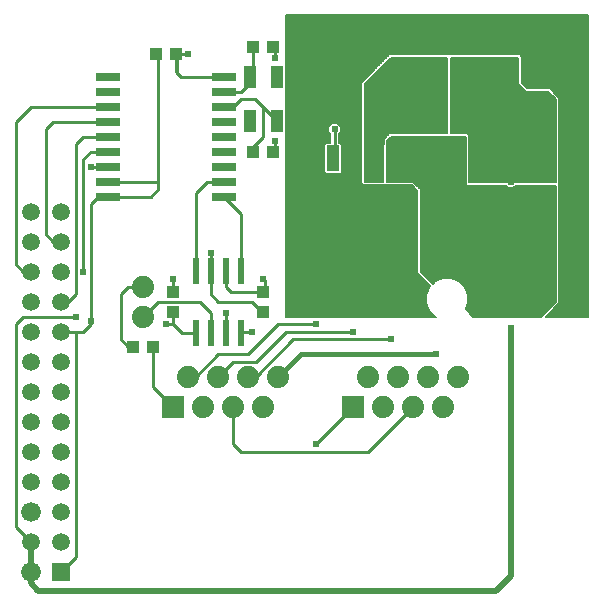
<source format=gtl>
G75*
G70*
%OFA0B0*%
%FSLAX24Y24*%
%IPPOS*%
%LPD*%
%AMOC8*
5,1,8,0,0,1.08239X$1,22.5*
%
%ADD10R,0.0594X0.0594*%
%ADD11C,0.0660*%
%ADD12C,0.0594*%
%ADD13C,0.0740*%
%ADD14R,0.0740X0.0740*%
%ADD15R,0.0800X0.0260*%
%ADD16R,0.0240X0.0870*%
%ADD17R,0.0433X0.0748*%
%ADD18R,0.0433X0.0394*%
%ADD19R,0.4252X0.4098*%
%ADD20R,0.0420X0.0850*%
%ADD21R,0.1535X0.0630*%
%ADD22R,0.1496X0.0551*%
%ADD23R,0.2165X0.1575*%
%ADD24R,0.0787X0.0787*%
%ADD25R,0.0394X0.0433*%
%ADD26C,0.0100*%
%ADD27C,0.0238*%
%ADD28C,0.0160*%
%ADD29C,0.0060*%
%ADD30C,0.0200*%
D10*
X004637Y006960D03*
D11*
X003637Y006960D03*
X003637Y008960D03*
D12*
X003637Y009960D03*
X003637Y010960D03*
X003637Y011960D03*
X003637Y012960D03*
X003637Y013960D03*
X003637Y014960D03*
X003637Y015960D03*
X003637Y016960D03*
X003637Y017960D03*
X003637Y018960D03*
X004637Y018960D03*
X004637Y017960D03*
X004637Y016960D03*
X004637Y015960D03*
X004637Y014960D03*
X004637Y013960D03*
X004637Y012960D03*
X004637Y011960D03*
X004637Y010960D03*
X004637Y009960D03*
X004637Y008960D03*
X004637Y007960D03*
X003637Y007960D03*
D13*
X007387Y015460D03*
X007387Y016460D03*
X008887Y013460D03*
X009387Y012460D03*
X009887Y013460D03*
X010387Y012460D03*
X010887Y013460D03*
X011387Y012460D03*
X011887Y013460D03*
X014887Y013460D03*
X015387Y012460D03*
X015887Y013460D03*
X016387Y012460D03*
X016887Y013460D03*
X017387Y012460D03*
X017887Y013460D03*
D14*
X014387Y012460D03*
X008387Y012460D03*
D15*
X010067Y019460D03*
X010067Y019960D03*
X010067Y020460D03*
X010067Y020960D03*
X010067Y021460D03*
X010067Y021960D03*
X010067Y022460D03*
X010067Y022960D03*
X010067Y023460D03*
X006207Y023460D03*
X006207Y022960D03*
X006207Y022460D03*
X006207Y021960D03*
X006207Y021460D03*
X006207Y020960D03*
X006207Y020460D03*
X006207Y019960D03*
X006207Y019460D03*
D16*
X009137Y016990D03*
X009637Y016990D03*
X010137Y016990D03*
X010637Y016990D03*
X010637Y014930D03*
X010137Y014930D03*
X009637Y014930D03*
X009137Y014930D03*
D17*
X010934Y021982D03*
X011840Y021982D03*
X011840Y023439D03*
X010934Y023439D03*
D18*
X011052Y024460D03*
X011721Y024460D03*
X011721Y020960D03*
X011052Y020960D03*
X008471Y024210D03*
X007802Y024210D03*
X007721Y014460D03*
X007052Y014460D03*
D19*
X014387Y017460D03*
D20*
X014387Y020740D03*
X015057Y020740D03*
X015727Y020740D03*
X013717Y020740D03*
X013047Y020740D03*
D21*
X013214Y023460D03*
X016560Y023460D03*
D22*
X018706Y023710D03*
X021068Y023710D03*
D23*
X019637Y021008D03*
X019637Y017662D03*
D24*
X020099Y015960D03*
X021674Y015960D03*
D25*
X011387Y015626D03*
X011387Y016295D03*
X008387Y016295D03*
X008387Y015626D03*
D26*
X008387Y015210D01*
X008137Y015210D01*
X008387Y015210D02*
X008667Y014930D01*
X009137Y014930D01*
X009637Y014930D02*
X009637Y015585D01*
X009262Y015960D01*
X007887Y015960D01*
X007387Y015460D01*
X007387Y016460D02*
X006887Y016460D01*
X006637Y016210D01*
X006637Y014710D01*
X006887Y014460D01*
X007052Y014460D01*
X007721Y014460D02*
X007721Y013126D01*
X008387Y012460D01*
X008887Y013460D02*
X009137Y013460D01*
X009887Y014210D01*
X010887Y014210D01*
X011887Y015210D01*
X013137Y015210D01*
X012387Y014710D02*
X015637Y014710D01*
X014387Y014960D02*
X012137Y014960D01*
X011137Y013960D01*
X010387Y013960D01*
X009887Y013460D01*
X010387Y012460D02*
X010387Y011210D01*
X010637Y010960D01*
X014887Y010960D01*
X016387Y012460D01*
X014387Y012460D02*
X013137Y011210D01*
X011137Y013460D02*
X012387Y014710D01*
X011387Y015626D02*
X011346Y015626D01*
X011012Y015960D01*
X009887Y015960D01*
X009637Y016210D01*
X009637Y017585D01*
X009637Y016990D02*
X009637Y016210D01*
X009887Y015960D01*
X010137Y015585D02*
X010137Y014930D01*
X010637Y014930D02*
X010637Y014960D01*
X011012Y014960D01*
X011387Y016295D02*
X010302Y016295D01*
X010137Y016460D01*
X010137Y016990D01*
X010637Y016990D02*
X010637Y018890D01*
X010067Y019460D01*
X010067Y019960D02*
X009512Y019960D01*
X009137Y019585D01*
X009137Y016990D01*
X008387Y016710D02*
X008387Y016295D01*
X007637Y019460D02*
X007887Y019710D01*
X007887Y019960D01*
X006207Y019960D01*
X006207Y019460D02*
X005887Y019460D01*
X005637Y019210D01*
X005637Y015835D01*
X005637Y015335D01*
X005637Y015210D01*
X005387Y014960D01*
X005137Y014960D01*
X005137Y007460D01*
X004637Y006960D01*
X003637Y007960D02*
X003137Y008460D01*
X003137Y015210D01*
X003387Y015460D01*
X005137Y015460D01*
X005137Y014960D02*
X004637Y014960D01*
X004637Y015960D02*
X004887Y015960D01*
X005137Y016210D01*
X005137Y021210D01*
X005387Y021460D01*
X006207Y021460D01*
X006207Y020960D02*
X005637Y020960D01*
X005387Y020710D01*
X005387Y016960D01*
X005637Y015835D02*
X005637Y015335D01*
X004637Y017960D02*
X004387Y017960D01*
X004137Y018210D01*
X004137Y021710D01*
X004387Y021960D01*
X006207Y021960D01*
X006207Y022460D02*
X003637Y022460D01*
X003137Y021960D01*
X003137Y017210D01*
X003387Y016960D01*
X003637Y016960D01*
X005637Y020460D02*
X006207Y020460D01*
X006207Y019460D02*
X007637Y019460D01*
X007887Y019960D02*
X007887Y024126D01*
X007802Y024210D01*
X008471Y024210D02*
X008471Y023626D01*
X008512Y023585D01*
X008512Y024210D01*
X008887Y024210D01*
X008512Y023585D02*
X008637Y023460D01*
X010067Y023460D01*
X008637Y023460D01*
X008512Y023585D01*
X010067Y022960D02*
X010637Y022960D01*
X010934Y023257D01*
X010934Y023439D01*
X011052Y023557D01*
X011052Y024460D01*
X011721Y024460D02*
X011721Y024376D01*
X011762Y024335D01*
X011762Y024085D01*
X011111Y022710D02*
X011374Y022447D01*
X011387Y022435D01*
X011387Y021460D01*
X011052Y021126D01*
X011052Y020960D01*
X011721Y020960D02*
X011762Y020960D01*
X011762Y021335D01*
X011840Y021982D02*
X011374Y022447D01*
X011111Y022710D02*
X010637Y022710D01*
X010387Y022460D01*
X010067Y022460D01*
X011387Y016710D02*
X011427Y016670D01*
X011427Y016335D01*
X011387Y016295D01*
X011137Y013460D02*
X010887Y013460D01*
X013717Y020740D02*
X013717Y021040D01*
X013762Y021085D01*
X013762Y021710D01*
X018262Y021710D02*
X019387Y021710D01*
X019637Y021460D01*
D27*
X019637Y019960D03*
X018262Y021710D03*
X015137Y020085D03*
X013762Y021710D03*
X012512Y020710D03*
X011762Y021335D03*
X011762Y024085D03*
X008887Y024210D03*
X005637Y020460D03*
X005387Y016960D03*
X005137Y015460D03*
X005637Y015335D03*
X008137Y015210D03*
X008387Y016710D03*
X009637Y017585D03*
X010137Y015585D03*
X011012Y014960D03*
X011387Y016710D03*
X013137Y015210D03*
X014387Y014960D03*
X015637Y014710D03*
X017137Y014210D03*
X019637Y015085D03*
X013137Y011210D03*
D28*
X011887Y013460D02*
X012637Y014210D01*
X017137Y014210D01*
X019349Y017250D02*
X019637Y017662D01*
X016559Y020740D01*
X016434Y020740D01*
X015727Y020740D01*
X015137Y020660D02*
X015137Y020460D01*
X015137Y020085D01*
X015137Y020460D02*
X015137Y022460D01*
X016137Y023460D01*
X016560Y023460D01*
X015057Y020740D02*
X015137Y020660D01*
X014387Y020740D02*
X014387Y017460D01*
X013047Y019050D01*
X013047Y020740D01*
X013042Y020740D01*
X013012Y020710D01*
X012512Y020710D01*
X013214Y023460D02*
X013214Y025037D01*
X013637Y025460D01*
X021137Y025460D01*
X021068Y025391D01*
X021068Y023710D01*
X022137Y024960D02*
X021637Y025460D01*
X021137Y025460D01*
X022137Y024960D02*
X022137Y016460D01*
X022137Y016423D01*
X021674Y015960D01*
X020099Y015960D02*
X020099Y017074D01*
X019637Y017662D01*
X019637Y019960D02*
X019637Y021008D01*
X019637Y021460D01*
X019637Y022779D01*
X018706Y023710D01*
X003637Y007960D02*
X003637Y006960D01*
D29*
X012137Y015460D02*
X012137Y021561D01*
X012146Y021571D01*
X012146Y022393D01*
X012137Y022402D01*
X012137Y023018D01*
X012146Y023027D01*
X012146Y023850D01*
X012137Y023859D01*
X012137Y025515D01*
X022192Y025515D01*
X022192Y015460D01*
X020807Y015460D01*
X021257Y015911D01*
X021257Y022760D01*
X021187Y022830D01*
X020937Y023080D01*
X020187Y023080D01*
X020007Y023260D01*
X020007Y024135D01*
X019937Y024205D01*
X015587Y024205D01*
X014712Y023330D01*
X014642Y023260D01*
X014642Y019911D01*
X014712Y019840D01*
X014812Y019840D01*
X015337Y019840D01*
X015437Y019840D01*
X015449Y019853D01*
X015462Y019840D01*
X016337Y019840D01*
X016517Y019661D01*
X016517Y016911D01*
X016587Y016840D01*
X016948Y016479D01*
X016925Y016456D01*
X016818Y016198D01*
X016818Y015919D01*
X016925Y015662D01*
X017122Y015464D01*
X017132Y015460D01*
X012137Y015460D01*
X012137Y015496D02*
X017090Y015496D01*
X017032Y015554D02*
X012137Y015554D01*
X012137Y015613D02*
X016973Y015613D01*
X016921Y015671D02*
X012137Y015671D01*
X012137Y015730D02*
X016896Y015730D01*
X016872Y015788D02*
X012137Y015788D01*
X012137Y015847D02*
X016848Y015847D01*
X016824Y015905D02*
X012137Y015905D01*
X012137Y015964D02*
X016818Y015964D01*
X016818Y016022D02*
X012137Y016022D01*
X012137Y016081D02*
X016818Y016081D01*
X016818Y016139D02*
X012137Y016139D01*
X012137Y016198D02*
X016818Y016198D01*
X016842Y016256D02*
X012137Y016256D01*
X012137Y016315D02*
X016866Y016315D01*
X016890Y016373D02*
X012137Y016373D01*
X012137Y016432D02*
X016915Y016432D01*
X016937Y016490D02*
X012137Y016490D01*
X012137Y016549D02*
X016879Y016549D01*
X016820Y016607D02*
X012137Y016607D01*
X012137Y016666D02*
X016762Y016666D01*
X016703Y016724D02*
X012137Y016724D01*
X012137Y016783D02*
X016645Y016783D01*
X016586Y016841D02*
X012137Y016841D01*
X012137Y016900D02*
X016528Y016900D01*
X016517Y016958D02*
X012137Y016958D01*
X012137Y017017D02*
X016517Y017017D01*
X016517Y017075D02*
X012137Y017075D01*
X012137Y017134D02*
X016517Y017134D01*
X016517Y017192D02*
X012137Y017192D01*
X012137Y017251D02*
X016517Y017251D01*
X016517Y017309D02*
X012137Y017309D01*
X012137Y017368D02*
X016517Y017368D01*
X016517Y017426D02*
X012137Y017426D01*
X012137Y017485D02*
X016517Y017485D01*
X016517Y017543D02*
X012137Y017543D01*
X012137Y017602D02*
X016517Y017602D01*
X016517Y017660D02*
X012137Y017660D01*
X012137Y017719D02*
X016517Y017719D01*
X016517Y017777D02*
X012137Y017777D01*
X012137Y017836D02*
X016517Y017836D01*
X016517Y017894D02*
X012137Y017894D01*
X012137Y017953D02*
X016517Y017953D01*
X016517Y018011D02*
X012137Y018011D01*
X012137Y018070D02*
X016517Y018070D01*
X016517Y018128D02*
X012137Y018128D01*
X012137Y018187D02*
X016517Y018187D01*
X016517Y018245D02*
X012137Y018245D01*
X012137Y018304D02*
X016517Y018304D01*
X016517Y018362D02*
X012137Y018362D01*
X012137Y018421D02*
X016517Y018421D01*
X016517Y018479D02*
X012137Y018479D01*
X012137Y018538D02*
X016517Y018538D01*
X016517Y018596D02*
X012137Y018596D01*
X012137Y018655D02*
X016517Y018655D01*
X016517Y018713D02*
X012137Y018713D01*
X012137Y018772D02*
X016517Y018772D01*
X016517Y018830D02*
X012137Y018830D01*
X012137Y018889D02*
X016517Y018889D01*
X016517Y018947D02*
X012137Y018947D01*
X012137Y019006D02*
X016517Y019006D01*
X016517Y019064D02*
X012137Y019064D01*
X012137Y019123D02*
X016517Y019123D01*
X016517Y019181D02*
X012137Y019181D01*
X012137Y019240D02*
X016517Y019240D01*
X016517Y019298D02*
X012137Y019298D01*
X012137Y019357D02*
X016517Y019357D01*
X016517Y019415D02*
X012137Y019415D01*
X012137Y019474D02*
X016517Y019474D01*
X016517Y019532D02*
X012137Y019532D01*
X012137Y019591D02*
X016517Y019591D01*
X016517Y019649D02*
X012137Y019649D01*
X012137Y019708D02*
X016470Y019708D01*
X016411Y019766D02*
X012137Y019766D01*
X012137Y019825D02*
X016353Y019825D01*
X016464Y019883D02*
X018137Y019883D01*
X018137Y019835D02*
X019466Y019835D01*
X019550Y019751D01*
X019723Y019751D01*
X019807Y019835D01*
X021137Y019835D01*
X021137Y015960D01*
X020637Y015460D01*
X018387Y015460D01*
X018137Y015710D01*
X018133Y015710D01*
X018220Y015919D01*
X018220Y016198D01*
X018113Y016456D01*
X017916Y016653D01*
X017658Y016760D01*
X017379Y016760D01*
X017122Y016653D01*
X017033Y016564D01*
X016637Y016960D01*
X016637Y019710D01*
X016387Y019960D01*
X015512Y019960D01*
X015512Y021335D01*
X015637Y021460D01*
X018137Y021460D01*
X018137Y019835D01*
X018137Y019942D02*
X016405Y019942D01*
X016522Y019825D02*
X019477Y019825D01*
X019535Y019766D02*
X016581Y019766D01*
X016637Y019708D02*
X021137Y019708D01*
X021137Y019766D02*
X019739Y019766D01*
X019797Y019825D02*
X021137Y019825D01*
X021257Y019825D02*
X022192Y019825D01*
X022192Y019883D02*
X021257Y019883D01*
X021257Y019942D02*
X022192Y019942D01*
X022192Y020000D02*
X021257Y020000D01*
X021257Y020059D02*
X022192Y020059D01*
X022192Y020117D02*
X021257Y020117D01*
X021257Y020176D02*
X022192Y020176D01*
X022192Y020234D02*
X021257Y020234D01*
X021257Y020293D02*
X022192Y020293D01*
X022192Y020351D02*
X021257Y020351D01*
X021257Y020410D02*
X022192Y020410D01*
X022192Y020468D02*
X021257Y020468D01*
X021257Y020527D02*
X022192Y020527D01*
X022192Y020585D02*
X021257Y020585D01*
X021257Y020644D02*
X022192Y020644D01*
X022192Y020702D02*
X021257Y020702D01*
X021257Y020761D02*
X022192Y020761D01*
X022192Y020819D02*
X021257Y020819D01*
X021257Y020878D02*
X022192Y020878D01*
X022192Y020936D02*
X021257Y020936D01*
X021257Y020995D02*
X022192Y020995D01*
X022192Y021053D02*
X021257Y021053D01*
X021257Y021112D02*
X022192Y021112D01*
X022192Y021170D02*
X021257Y021170D01*
X021257Y021229D02*
X022192Y021229D01*
X022192Y021287D02*
X021257Y021287D01*
X021257Y021346D02*
X022192Y021346D01*
X022192Y021404D02*
X021257Y021404D01*
X021257Y021463D02*
X022192Y021463D01*
X022192Y021521D02*
X021257Y021521D01*
X021257Y021580D02*
X022192Y021580D01*
X022192Y021638D02*
X021257Y021638D01*
X021257Y021697D02*
X022192Y021697D01*
X022192Y021755D02*
X021257Y021755D01*
X021257Y021814D02*
X022192Y021814D01*
X022192Y021872D02*
X021257Y021872D01*
X021257Y021931D02*
X022192Y021931D01*
X022192Y021989D02*
X021257Y021989D01*
X021257Y022048D02*
X022192Y022048D01*
X022192Y022106D02*
X021257Y022106D01*
X021257Y022165D02*
X022192Y022165D01*
X022192Y022223D02*
X021257Y022223D01*
X021257Y022282D02*
X022192Y022282D01*
X022192Y022340D02*
X021257Y022340D01*
X021257Y022399D02*
X022192Y022399D01*
X022192Y022457D02*
X021257Y022457D01*
X021257Y022516D02*
X022192Y022516D01*
X022192Y022574D02*
X021257Y022574D01*
X021257Y022633D02*
X022192Y022633D01*
X022192Y022691D02*
X021257Y022691D01*
X021257Y022750D02*
X022192Y022750D01*
X022192Y022808D02*
X021208Y022808D01*
X021150Y022867D02*
X022192Y022867D01*
X022192Y022925D02*
X021091Y022925D01*
X021033Y022984D02*
X022192Y022984D01*
X022192Y023042D02*
X020974Y023042D01*
X020887Y022960D02*
X021137Y022710D01*
X021137Y019955D01*
X018257Y019955D01*
X018257Y021510D01*
X018187Y021580D01*
X021137Y021580D01*
X021137Y021638D02*
X017632Y021638D01*
X017632Y021580D02*
X017632Y024085D01*
X019887Y024085D01*
X019887Y023210D01*
X020137Y022960D01*
X020887Y022960D01*
X020922Y022925D02*
X017632Y022925D01*
X017632Y022867D02*
X020980Y022867D01*
X021039Y022808D02*
X017632Y022808D01*
X017632Y022750D02*
X021097Y022750D01*
X021137Y022691D02*
X017632Y022691D01*
X017632Y022633D02*
X021137Y022633D01*
X021137Y022574D02*
X017632Y022574D01*
X017632Y022516D02*
X021137Y022516D01*
X021137Y022457D02*
X017632Y022457D01*
X017632Y022399D02*
X021137Y022399D01*
X021137Y022340D02*
X017632Y022340D01*
X017632Y022282D02*
X021137Y022282D01*
X021137Y022223D02*
X017632Y022223D01*
X017632Y022165D02*
X021137Y022165D01*
X021137Y022106D02*
X017632Y022106D01*
X017632Y022048D02*
X021137Y022048D01*
X021137Y021989D02*
X017632Y021989D01*
X017632Y021931D02*
X021137Y021931D01*
X021137Y021872D02*
X017632Y021872D01*
X017632Y021814D02*
X021137Y021814D01*
X021137Y021755D02*
X017632Y021755D01*
X017632Y021697D02*
X021137Y021697D01*
X021137Y021521D02*
X018245Y021521D01*
X018257Y021463D02*
X021137Y021463D01*
X021137Y021404D02*
X018257Y021404D01*
X018257Y021346D02*
X021137Y021346D01*
X021137Y021287D02*
X018257Y021287D01*
X018257Y021229D02*
X021137Y021229D01*
X021137Y021170D02*
X018257Y021170D01*
X018257Y021112D02*
X021137Y021112D01*
X021137Y021053D02*
X018257Y021053D01*
X018257Y020995D02*
X021137Y020995D01*
X021137Y020936D02*
X018257Y020936D01*
X018257Y020878D02*
X021137Y020878D01*
X021137Y020819D02*
X018257Y020819D01*
X018257Y020761D02*
X021137Y020761D01*
X021137Y020702D02*
X018257Y020702D01*
X018257Y020644D02*
X021137Y020644D01*
X021137Y020585D02*
X018257Y020585D01*
X018257Y020527D02*
X021137Y020527D01*
X021137Y020468D02*
X018257Y020468D01*
X018257Y020410D02*
X021137Y020410D01*
X021137Y020351D02*
X018257Y020351D01*
X018257Y020293D02*
X021137Y020293D01*
X021137Y020234D02*
X018257Y020234D01*
X018257Y020176D02*
X021137Y020176D01*
X021137Y020117D02*
X018257Y020117D01*
X018257Y020059D02*
X021137Y020059D01*
X021137Y020000D02*
X018257Y020000D01*
X018137Y020000D02*
X015512Y020000D01*
X015512Y020059D02*
X018137Y020059D01*
X018137Y020117D02*
X015512Y020117D01*
X015512Y020176D02*
X018137Y020176D01*
X018137Y020234D02*
X015512Y020234D01*
X015512Y020293D02*
X018137Y020293D01*
X018137Y020351D02*
X015512Y020351D01*
X015512Y020410D02*
X018137Y020410D01*
X018137Y020468D02*
X015512Y020468D01*
X015512Y020527D02*
X018137Y020527D01*
X018137Y020585D02*
X015512Y020585D01*
X015512Y020644D02*
X018137Y020644D01*
X018137Y020702D02*
X015512Y020702D01*
X015512Y020761D02*
X018137Y020761D01*
X018137Y020819D02*
X015512Y020819D01*
X015512Y020878D02*
X018137Y020878D01*
X018137Y020936D02*
X015512Y020936D01*
X015512Y020995D02*
X018137Y020995D01*
X018137Y021053D02*
X015512Y021053D01*
X015512Y021112D02*
X018137Y021112D01*
X018137Y021170D02*
X015512Y021170D01*
X015512Y021229D02*
X018137Y021229D01*
X018137Y021287D02*
X015512Y021287D01*
X015522Y021346D02*
X018137Y021346D01*
X018137Y021404D02*
X015581Y021404D01*
X015517Y021510D02*
X015392Y021385D01*
X015392Y021215D01*
X015387Y021210D01*
X015387Y019960D01*
X014762Y019960D01*
X014762Y023210D01*
X015637Y024085D01*
X017512Y024085D01*
X017512Y021580D01*
X015587Y021580D01*
X015517Y021510D01*
X015528Y021521D02*
X014762Y021521D01*
X014762Y021463D02*
X015470Y021463D01*
X015411Y021404D02*
X014762Y021404D01*
X014762Y021346D02*
X015392Y021346D01*
X015392Y021287D02*
X014762Y021287D01*
X014762Y021229D02*
X015392Y021229D01*
X015387Y021170D02*
X014762Y021170D01*
X014762Y021112D02*
X015387Y021112D01*
X015387Y021053D02*
X014762Y021053D01*
X014762Y020995D02*
X015387Y020995D01*
X015387Y020936D02*
X014762Y020936D01*
X014762Y020878D02*
X015387Y020878D01*
X015387Y020819D02*
X014762Y020819D01*
X014762Y020761D02*
X015387Y020761D01*
X015387Y020702D02*
X014762Y020702D01*
X014762Y020644D02*
X015387Y020644D01*
X015387Y020585D02*
X014762Y020585D01*
X014762Y020527D02*
X015387Y020527D01*
X015387Y020468D02*
X014762Y020468D01*
X014762Y020410D02*
X015387Y020410D01*
X015387Y020351D02*
X014762Y020351D01*
X014762Y020293D02*
X015387Y020293D01*
X015387Y020234D02*
X014762Y020234D01*
X014762Y020176D02*
X015387Y020176D01*
X015387Y020117D02*
X014762Y020117D01*
X014762Y020059D02*
X015387Y020059D01*
X015387Y020000D02*
X014762Y020000D01*
X014642Y020000D02*
X012137Y020000D01*
X012137Y019942D02*
X014642Y019942D01*
X014669Y019883D02*
X012137Y019883D01*
X012137Y020059D02*
X014642Y020059D01*
X014642Y020117D02*
X012137Y020117D01*
X012137Y020176D02*
X014642Y020176D01*
X014642Y020234D02*
X013973Y020234D01*
X013964Y020225D02*
X014017Y020278D01*
X014017Y021203D01*
X013964Y021255D01*
X013902Y021255D01*
X013902Y021555D01*
X013971Y021624D01*
X013971Y021797D01*
X013848Y021919D01*
X013675Y021919D01*
X013553Y021797D01*
X013553Y021624D01*
X013622Y021555D01*
X013622Y021255D01*
X013470Y021255D01*
X013417Y021203D01*
X013417Y020278D01*
X013470Y020225D01*
X013964Y020225D01*
X014017Y020293D02*
X014642Y020293D01*
X014642Y020351D02*
X014017Y020351D01*
X014017Y020410D02*
X014642Y020410D01*
X014642Y020468D02*
X014017Y020468D01*
X014017Y020527D02*
X014642Y020527D01*
X014642Y020585D02*
X014017Y020585D01*
X014017Y020644D02*
X014642Y020644D01*
X014642Y020702D02*
X014017Y020702D01*
X014017Y020761D02*
X014642Y020761D01*
X014642Y020819D02*
X014017Y020819D01*
X014017Y020878D02*
X014642Y020878D01*
X014642Y020936D02*
X014017Y020936D01*
X014017Y020995D02*
X014642Y020995D01*
X014642Y021053D02*
X014017Y021053D01*
X014017Y021112D02*
X014642Y021112D01*
X014642Y021170D02*
X014017Y021170D01*
X013991Y021229D02*
X014642Y021229D01*
X014642Y021287D02*
X013902Y021287D01*
X013902Y021346D02*
X014642Y021346D01*
X014642Y021404D02*
X013902Y021404D01*
X013902Y021463D02*
X014642Y021463D01*
X014642Y021521D02*
X013902Y021521D01*
X013927Y021580D02*
X014642Y021580D01*
X014642Y021638D02*
X013971Y021638D01*
X013971Y021697D02*
X014642Y021697D01*
X014642Y021755D02*
X013971Y021755D01*
X013954Y021814D02*
X014642Y021814D01*
X014642Y021872D02*
X013895Y021872D01*
X013628Y021872D02*
X012146Y021872D01*
X012146Y021814D02*
X013570Y021814D01*
X013553Y021755D02*
X012146Y021755D01*
X012146Y021697D02*
X013553Y021697D01*
X013553Y021638D02*
X012146Y021638D01*
X012146Y021580D02*
X013597Y021580D01*
X013622Y021521D02*
X012137Y021521D01*
X012137Y021463D02*
X013622Y021463D01*
X013622Y021404D02*
X012137Y021404D01*
X012137Y021346D02*
X013622Y021346D01*
X013622Y021287D02*
X012137Y021287D01*
X012137Y021229D02*
X013443Y021229D01*
X013417Y021170D02*
X012137Y021170D01*
X012137Y021112D02*
X013417Y021112D01*
X013417Y021053D02*
X012137Y021053D01*
X012137Y020995D02*
X013417Y020995D01*
X013417Y020936D02*
X012137Y020936D01*
X012137Y020878D02*
X013417Y020878D01*
X013417Y020819D02*
X012137Y020819D01*
X012137Y020761D02*
X013417Y020761D01*
X013417Y020702D02*
X012137Y020702D01*
X012137Y020644D02*
X013417Y020644D01*
X013417Y020585D02*
X012137Y020585D01*
X012137Y020527D02*
X013417Y020527D01*
X013417Y020468D02*
X012137Y020468D01*
X012137Y020410D02*
X013417Y020410D01*
X013417Y020351D02*
X012137Y020351D01*
X012137Y020293D02*
X013417Y020293D01*
X013460Y020234D02*
X012137Y020234D01*
X012146Y021931D02*
X014642Y021931D01*
X014642Y021989D02*
X012146Y021989D01*
X012146Y022048D02*
X014642Y022048D01*
X014642Y022106D02*
X012146Y022106D01*
X012146Y022165D02*
X014642Y022165D01*
X014642Y022223D02*
X012146Y022223D01*
X012146Y022282D02*
X014642Y022282D01*
X014642Y022340D02*
X012146Y022340D01*
X012140Y022399D02*
X014642Y022399D01*
X014642Y022457D02*
X012137Y022457D01*
X012137Y022516D02*
X014642Y022516D01*
X014642Y022574D02*
X012137Y022574D01*
X012137Y022633D02*
X014642Y022633D01*
X014642Y022691D02*
X012137Y022691D01*
X012137Y022750D02*
X014642Y022750D01*
X014642Y022808D02*
X012137Y022808D01*
X012137Y022867D02*
X014642Y022867D01*
X014642Y022925D02*
X012137Y022925D01*
X012137Y022984D02*
X014642Y022984D01*
X014642Y023042D02*
X012146Y023042D01*
X012146Y023101D02*
X014642Y023101D01*
X014642Y023159D02*
X012146Y023159D01*
X012146Y023218D02*
X014642Y023218D01*
X014658Y023276D02*
X012146Y023276D01*
X012146Y023335D02*
X014717Y023335D01*
X014775Y023393D02*
X012146Y023393D01*
X012146Y023452D02*
X014834Y023452D01*
X014892Y023510D02*
X012146Y023510D01*
X012146Y023569D02*
X014951Y023569D01*
X015009Y023627D02*
X012146Y023627D01*
X012146Y023686D02*
X015068Y023686D01*
X015126Y023744D02*
X012146Y023744D01*
X012146Y023803D02*
X015185Y023803D01*
X015243Y023861D02*
X012137Y023861D01*
X012137Y023920D02*
X015302Y023920D01*
X015360Y023978D02*
X012137Y023978D01*
X012137Y024037D02*
X015419Y024037D01*
X015477Y024095D02*
X012137Y024095D01*
X012137Y024154D02*
X015536Y024154D01*
X015588Y024037D02*
X017512Y024037D01*
X017512Y023978D02*
X015530Y023978D01*
X015471Y023920D02*
X017512Y023920D01*
X017512Y023861D02*
X015413Y023861D01*
X015354Y023803D02*
X017512Y023803D01*
X017512Y023744D02*
X015296Y023744D01*
X015237Y023686D02*
X017512Y023686D01*
X017512Y023627D02*
X015179Y023627D01*
X015120Y023569D02*
X017512Y023569D01*
X017512Y023510D02*
X015062Y023510D01*
X015003Y023452D02*
X017512Y023452D01*
X017512Y023393D02*
X014945Y023393D01*
X014886Y023335D02*
X017512Y023335D01*
X017512Y023276D02*
X014828Y023276D01*
X014769Y023218D02*
X017512Y023218D01*
X017512Y023159D02*
X014762Y023159D01*
X014762Y023101D02*
X017512Y023101D01*
X017512Y023042D02*
X014762Y023042D01*
X014762Y022984D02*
X017512Y022984D01*
X017512Y022925D02*
X014762Y022925D01*
X014762Y022867D02*
X017512Y022867D01*
X017512Y022808D02*
X014762Y022808D01*
X014762Y022750D02*
X017512Y022750D01*
X017512Y022691D02*
X014762Y022691D01*
X014762Y022633D02*
X017512Y022633D01*
X017512Y022574D02*
X014762Y022574D01*
X014762Y022516D02*
X017512Y022516D01*
X017512Y022457D02*
X014762Y022457D01*
X014762Y022399D02*
X017512Y022399D01*
X017512Y022340D02*
X014762Y022340D01*
X014762Y022282D02*
X017512Y022282D01*
X017512Y022223D02*
X014762Y022223D01*
X014762Y022165D02*
X017512Y022165D01*
X017512Y022106D02*
X014762Y022106D01*
X014762Y022048D02*
X017512Y022048D01*
X017512Y021989D02*
X014762Y021989D01*
X014762Y021931D02*
X017512Y021931D01*
X017512Y021872D02*
X014762Y021872D01*
X014762Y021814D02*
X017512Y021814D01*
X017512Y021755D02*
X014762Y021755D01*
X014762Y021697D02*
X017512Y021697D01*
X017512Y021638D02*
X014762Y021638D01*
X014762Y021580D02*
X015587Y021580D01*
X016637Y019649D02*
X021137Y019649D01*
X021137Y019591D02*
X016637Y019591D01*
X016637Y019532D02*
X021137Y019532D01*
X021137Y019474D02*
X016637Y019474D01*
X016637Y019415D02*
X021137Y019415D01*
X021137Y019357D02*
X016637Y019357D01*
X016637Y019298D02*
X021137Y019298D01*
X021137Y019240D02*
X016637Y019240D01*
X016637Y019181D02*
X021137Y019181D01*
X021137Y019123D02*
X016637Y019123D01*
X016637Y019064D02*
X021137Y019064D01*
X021137Y019006D02*
X016637Y019006D01*
X016637Y018947D02*
X021137Y018947D01*
X021137Y018889D02*
X016637Y018889D01*
X016637Y018830D02*
X021137Y018830D01*
X021137Y018772D02*
X016637Y018772D01*
X016637Y018713D02*
X021137Y018713D01*
X021137Y018655D02*
X016637Y018655D01*
X016637Y018596D02*
X021137Y018596D01*
X021137Y018538D02*
X016637Y018538D01*
X016637Y018479D02*
X021137Y018479D01*
X021137Y018421D02*
X016637Y018421D01*
X016637Y018362D02*
X021137Y018362D01*
X021137Y018304D02*
X016637Y018304D01*
X016637Y018245D02*
X021137Y018245D01*
X021137Y018187D02*
X016637Y018187D01*
X016637Y018128D02*
X021137Y018128D01*
X021137Y018070D02*
X016637Y018070D01*
X016637Y018011D02*
X021137Y018011D01*
X021137Y017953D02*
X016637Y017953D01*
X016637Y017894D02*
X021137Y017894D01*
X021137Y017836D02*
X016637Y017836D01*
X016637Y017777D02*
X021137Y017777D01*
X021137Y017719D02*
X016637Y017719D01*
X016637Y017660D02*
X021137Y017660D01*
X021137Y017602D02*
X016637Y017602D01*
X016637Y017543D02*
X021137Y017543D01*
X021137Y017485D02*
X016637Y017485D01*
X016637Y017426D02*
X021137Y017426D01*
X021137Y017368D02*
X016637Y017368D01*
X016637Y017309D02*
X021137Y017309D01*
X021137Y017251D02*
X016637Y017251D01*
X016637Y017192D02*
X021137Y017192D01*
X021137Y017134D02*
X016637Y017134D01*
X016637Y017075D02*
X021137Y017075D01*
X021137Y017017D02*
X016637Y017017D01*
X016639Y016958D02*
X021137Y016958D01*
X021137Y016900D02*
X016697Y016900D01*
X016756Y016841D02*
X021137Y016841D01*
X021137Y016783D02*
X016814Y016783D01*
X016873Y016724D02*
X017294Y016724D01*
X017153Y016666D02*
X016931Y016666D01*
X016990Y016607D02*
X017076Y016607D01*
X017743Y016724D02*
X021137Y016724D01*
X021137Y016666D02*
X017884Y016666D01*
X017961Y016607D02*
X021137Y016607D01*
X021137Y016549D02*
X018020Y016549D01*
X018078Y016490D02*
X021137Y016490D01*
X021137Y016432D02*
X018123Y016432D01*
X018147Y016373D02*
X021137Y016373D01*
X021137Y016315D02*
X018171Y016315D01*
X018195Y016256D02*
X021137Y016256D01*
X021137Y016198D02*
X018220Y016198D01*
X018220Y016139D02*
X021137Y016139D01*
X021137Y016081D02*
X018220Y016081D01*
X018220Y016022D02*
X021137Y016022D01*
X021137Y015964D02*
X018220Y015964D01*
X018214Y015905D02*
X021082Y015905D01*
X021023Y015847D02*
X018190Y015847D01*
X018165Y015788D02*
X020965Y015788D01*
X020906Y015730D02*
X018141Y015730D01*
X018176Y015671D02*
X020848Y015671D01*
X020789Y015613D02*
X018234Y015613D01*
X018293Y015554D02*
X020731Y015554D01*
X020672Y015496D02*
X018351Y015496D01*
X020842Y015496D02*
X022192Y015496D01*
X022192Y015554D02*
X020901Y015554D01*
X020959Y015613D02*
X022192Y015613D01*
X022192Y015671D02*
X021018Y015671D01*
X021076Y015730D02*
X022192Y015730D01*
X022192Y015788D02*
X021135Y015788D01*
X021193Y015847D02*
X022192Y015847D01*
X022192Y015905D02*
X021252Y015905D01*
X021257Y015964D02*
X022192Y015964D01*
X022192Y016022D02*
X021257Y016022D01*
X021257Y016081D02*
X022192Y016081D01*
X022192Y016139D02*
X021257Y016139D01*
X021257Y016198D02*
X022192Y016198D01*
X022192Y016256D02*
X021257Y016256D01*
X021257Y016315D02*
X022192Y016315D01*
X022192Y016373D02*
X021257Y016373D01*
X021257Y016432D02*
X022192Y016432D01*
X022192Y016490D02*
X021257Y016490D01*
X021257Y016549D02*
X022192Y016549D01*
X022192Y016607D02*
X021257Y016607D01*
X021257Y016666D02*
X022192Y016666D01*
X022192Y016724D02*
X021257Y016724D01*
X021257Y016783D02*
X022192Y016783D01*
X022192Y016841D02*
X021257Y016841D01*
X021257Y016900D02*
X022192Y016900D01*
X022192Y016958D02*
X021257Y016958D01*
X021257Y017017D02*
X022192Y017017D01*
X022192Y017075D02*
X021257Y017075D01*
X021257Y017134D02*
X022192Y017134D01*
X022192Y017192D02*
X021257Y017192D01*
X021257Y017251D02*
X022192Y017251D01*
X022192Y017309D02*
X021257Y017309D01*
X021257Y017368D02*
X022192Y017368D01*
X022192Y017426D02*
X021257Y017426D01*
X021257Y017485D02*
X022192Y017485D01*
X022192Y017543D02*
X021257Y017543D01*
X021257Y017602D02*
X022192Y017602D01*
X022192Y017660D02*
X021257Y017660D01*
X021257Y017719D02*
X022192Y017719D01*
X022192Y017777D02*
X021257Y017777D01*
X021257Y017836D02*
X022192Y017836D01*
X022192Y017894D02*
X021257Y017894D01*
X021257Y017953D02*
X022192Y017953D01*
X022192Y018011D02*
X021257Y018011D01*
X021257Y018070D02*
X022192Y018070D01*
X022192Y018128D02*
X021257Y018128D01*
X021257Y018187D02*
X022192Y018187D01*
X022192Y018245D02*
X021257Y018245D01*
X021257Y018304D02*
X022192Y018304D01*
X022192Y018362D02*
X021257Y018362D01*
X021257Y018421D02*
X022192Y018421D01*
X022192Y018479D02*
X021257Y018479D01*
X021257Y018538D02*
X022192Y018538D01*
X022192Y018596D02*
X021257Y018596D01*
X021257Y018655D02*
X022192Y018655D01*
X022192Y018713D02*
X021257Y018713D01*
X021257Y018772D02*
X022192Y018772D01*
X022192Y018830D02*
X021257Y018830D01*
X021257Y018889D02*
X022192Y018889D01*
X022192Y018947D02*
X021257Y018947D01*
X021257Y019006D02*
X022192Y019006D01*
X022192Y019064D02*
X021257Y019064D01*
X021257Y019123D02*
X022192Y019123D01*
X022192Y019181D02*
X021257Y019181D01*
X021257Y019240D02*
X022192Y019240D01*
X022192Y019298D02*
X021257Y019298D01*
X021257Y019357D02*
X022192Y019357D01*
X022192Y019415D02*
X021257Y019415D01*
X021257Y019474D02*
X022192Y019474D01*
X022192Y019532D02*
X021257Y019532D01*
X021257Y019591D02*
X022192Y019591D01*
X022192Y019649D02*
X021257Y019649D01*
X021257Y019708D02*
X022192Y019708D01*
X022192Y019766D02*
X021257Y019766D01*
X020113Y022984D02*
X017632Y022984D01*
X017632Y023042D02*
X020055Y023042D01*
X019996Y023101D02*
X017632Y023101D01*
X017632Y023159D02*
X019938Y023159D01*
X019887Y023218D02*
X017632Y023218D01*
X017632Y023276D02*
X019887Y023276D01*
X019887Y023335D02*
X017632Y023335D01*
X017632Y023393D02*
X019887Y023393D01*
X019887Y023452D02*
X017632Y023452D01*
X017632Y023510D02*
X019887Y023510D01*
X019887Y023569D02*
X017632Y023569D01*
X017632Y023627D02*
X019887Y023627D01*
X019887Y023686D02*
X017632Y023686D01*
X017632Y023744D02*
X019887Y023744D01*
X019887Y023803D02*
X017632Y023803D01*
X017632Y023861D02*
X019887Y023861D01*
X019887Y023920D02*
X017632Y023920D01*
X017632Y023978D02*
X019887Y023978D01*
X019887Y024037D02*
X017632Y024037D01*
X017632Y021580D02*
X018187Y021580D01*
X020049Y023218D02*
X022192Y023218D01*
X022192Y023276D02*
X020007Y023276D01*
X020007Y023335D02*
X022192Y023335D01*
X022192Y023393D02*
X020007Y023393D01*
X020007Y023452D02*
X022192Y023452D01*
X022192Y023510D02*
X020007Y023510D01*
X020007Y023569D02*
X022192Y023569D01*
X022192Y023627D02*
X020007Y023627D01*
X020007Y023686D02*
X022192Y023686D01*
X022192Y023744D02*
X020007Y023744D01*
X020007Y023803D02*
X022192Y023803D01*
X022192Y023861D02*
X020007Y023861D01*
X020007Y023920D02*
X022192Y023920D01*
X022192Y023978D02*
X020007Y023978D01*
X020007Y024037D02*
X022192Y024037D01*
X022192Y024095D02*
X020007Y024095D01*
X019988Y024154D02*
X022192Y024154D01*
X022192Y024212D02*
X012137Y024212D01*
X012137Y024271D02*
X022192Y024271D01*
X022192Y024329D02*
X012137Y024329D01*
X012137Y024388D02*
X022192Y024388D01*
X022192Y024446D02*
X012137Y024446D01*
X012137Y024505D02*
X022192Y024505D01*
X022192Y024563D02*
X012137Y024563D01*
X012137Y024622D02*
X022192Y024622D01*
X022192Y024680D02*
X012137Y024680D01*
X012137Y024739D02*
X022192Y024739D01*
X022192Y024797D02*
X012137Y024797D01*
X012137Y024856D02*
X022192Y024856D01*
X022192Y024914D02*
X012137Y024914D01*
X012137Y024973D02*
X022192Y024973D01*
X022192Y025031D02*
X012137Y025031D01*
X012137Y025090D02*
X022192Y025090D01*
X022192Y025148D02*
X012137Y025148D01*
X012137Y025207D02*
X022192Y025207D01*
X022192Y025265D02*
X012137Y025265D01*
X012137Y025324D02*
X022192Y025324D01*
X022192Y025382D02*
X012137Y025382D01*
X012137Y025441D02*
X022192Y025441D01*
X022192Y025499D02*
X012137Y025499D01*
X020107Y023159D02*
X022192Y023159D01*
X022192Y023101D02*
X020166Y023101D01*
D30*
X003637Y006585D02*
X003887Y006335D01*
X019137Y006335D01*
X019637Y006835D01*
X019637Y015085D01*
X003637Y007960D02*
X003637Y006585D01*
M02*

</source>
